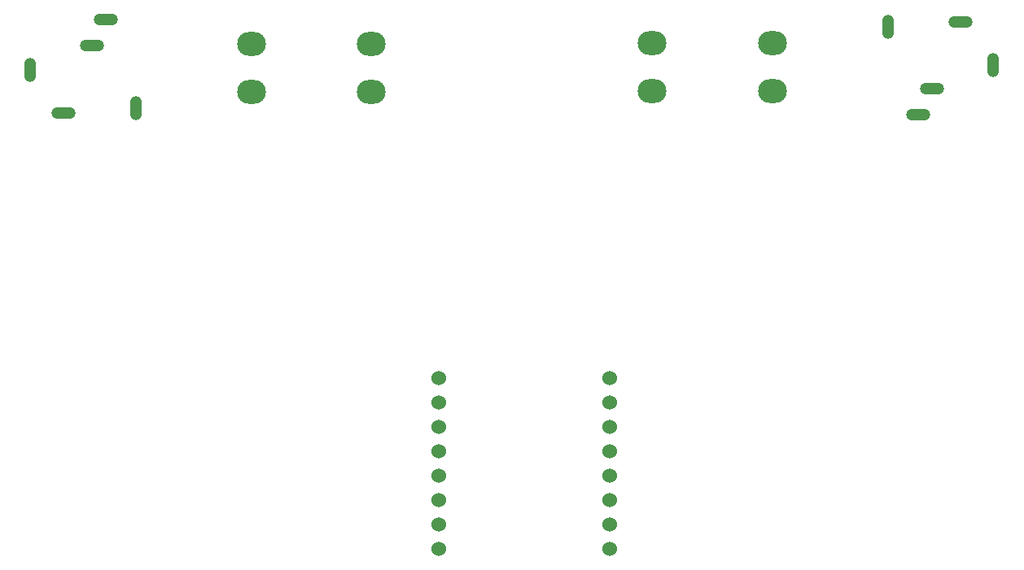
<source format=gbl>
G04 #@! TF.GenerationSoftware,KiCad,Pcbnew,(5.0.2)-1*
G04 #@! TF.CreationDate,2019-02-20T13:19:55+00:00*
G04 #@! TF.ProjectId,SplitAudio,53706c69-7441-4756-9469-6f2e6b696361,rev?*
G04 #@! TF.SameCoordinates,Original*
G04 #@! TF.FileFunction,Copper,L2,Bot*
G04 #@! TF.FilePolarity,Positive*
%FSLAX46Y46*%
G04 Gerber Fmt 4.6, Leading zero omitted, Abs format (unit mm)*
G04 Created by KiCad (PCBNEW (5.0.2)-1) date 20/02/2019 13:19:55*
%MOMM*%
%LPD*%
G01*
G04 APERTURE LIST*
G04 #@! TA.AperFunction,ComponentPad*
%ADD10O,3.000000X2.500000*%
G04 #@! TD*
G04 #@! TA.AperFunction,ComponentPad*
%ADD11C,1.524000*%
G04 #@! TD*
G04 #@! TA.AperFunction,ComponentPad*
%ADD12O,1.258000X2.516000*%
G04 #@! TD*
G04 #@! TA.AperFunction,ComponentPad*
%ADD13O,2.516000X1.258000*%
G04 #@! TD*
G04 APERTURE END LIST*
D10*
G04 #@! TO.P,SW1,1*
G04 #@! TO.N,Net-(SW1-Pad1)*
X122120000Y-74295000D03*
G04 #@! TO.P,SW1,2*
G04 #@! TO.N,Net-(BT1-Pad1)*
X122120000Y-69295000D03*
G04 #@! TO.P,SW1,1*
G04 #@! TO.N,Net-(SW1-Pad1)*
X134620000Y-74295000D03*
G04 #@! TO.P,SW1,2*
G04 #@! TO.N,Net-(BT1-Pad1)*
X134620000Y-69295000D03*
G04 #@! TD*
G04 #@! TO.P,SW2,2*
G04 #@! TO.N,Net-(SW2-Pad2)*
X163830000Y-74215000D03*
G04 #@! TO.P,SW2,1*
G04 #@! TO.N,GND*
X163830000Y-69215000D03*
G04 #@! TO.P,SW2,2*
G04 #@! TO.N,Net-(SW2-Pad2)*
X176330000Y-74215000D03*
G04 #@! TO.P,SW2,1*
G04 #@! TO.N,GND*
X176330000Y-69215000D03*
G04 #@! TD*
D11*
G04 #@! TO.P,U1,1*
G04 #@! TO.N,Net-(SW1-Pad1)*
X141605000Y-104140000D03*
G04 #@! TO.P,U1,2*
G04 #@! TO.N,Net-(U1-Pad2)*
X141605000Y-106680000D03*
G04 #@! TO.P,U1,3*
G04 #@! TO.N,Net-(U1-Pad3)*
X141605000Y-109220000D03*
G04 #@! TO.P,U1,4*
G04 #@! TO.N,Net-(J1-Pad2)*
X141605000Y-111760000D03*
G04 #@! TO.P,U1,5*
G04 #@! TO.N,Net-(J2-Pad5)*
X141605000Y-114300000D03*
G04 #@! TO.P,U1,6*
G04 #@! TO.N,Net-(U1-Pad6)*
X141605000Y-116840000D03*
G04 #@! TO.P,U1,7*
G04 #@! TO.N,Net-(J1-Pad1)*
X141605000Y-119380000D03*
G04 #@! TO.P,U1,8*
G04 #@! TO.N,Net-(U1-Pad8)*
X141605000Y-121920000D03*
G04 #@! TO.P,U1,9*
G04 #@! TO.N,Net-(SW2-Pad2)*
X159385000Y-121920000D03*
G04 #@! TO.P,U1,10*
G04 #@! TO.N,GND*
X159385000Y-119380000D03*
G04 #@! TO.P,U1,11*
G04 #@! TO.N,Net-(U1-Pad11)*
X159385000Y-116840000D03*
G04 #@! TO.P,U1,12*
G04 #@! TO.N,Net-(U1-Pad12)*
X159385000Y-114300000D03*
G04 #@! TO.P,U1,13*
G04 #@! TO.N,Net-(U1-Pad13)*
X159385000Y-111760000D03*
G04 #@! TO.P,U1,14*
G04 #@! TO.N,Net-(U1-Pad14)*
X159385000Y-109220000D03*
G04 #@! TO.P,U1,15*
G04 #@! TO.N,Net-(U1-Pad15)*
X159385000Y-106680000D03*
G04 #@! TO.P,U1,16*
G04 #@! TO.N,Net-(U1-Pad16)*
X159385000Y-104140000D03*
G04 #@! TD*
D12*
G04 #@! TO.P,J1,1*
G04 #@! TO.N,Net-(J1-Pad1)*
X199310000Y-71505000D03*
D13*
G04 #@! TO.P,J1,2*
G04 #@! TO.N,Net-(J1-Pad2)*
X191510000Y-76705000D03*
G04 #@! TO.P,J1,3*
G04 #@! TO.N,Net-(J1-Pad3)*
X192910000Y-74005000D03*
D12*
G04 #@! TO.P,J1,4*
G04 #@! TO.N,Net-(J1-Pad4)*
X188310000Y-67505000D03*
D13*
G04 #@! TO.P,J1,5*
G04 #@! TO.N,Net-(J1-Pad5)*
X195910000Y-67005000D03*
G04 #@! TD*
G04 #@! TO.P,J2,5*
G04 #@! TO.N,Net-(J2-Pad5)*
X102540000Y-76505000D03*
D12*
G04 #@! TO.P,J2,4*
G04 #@! TO.N,Net-(J2-Pad4)*
X110140000Y-76005000D03*
D13*
G04 #@! TO.P,J2,3*
G04 #@! TO.N,Net-(J2-Pad3)*
X105540000Y-69505000D03*
G04 #@! TO.P,J2,2*
G04 #@! TO.N,Net-(J2-Pad2)*
X106940000Y-66805000D03*
D12*
G04 #@! TO.P,J2,1*
G04 #@! TO.N,Net-(J1-Pad1)*
X99140000Y-72005000D03*
G04 #@! TD*
M02*

</source>
